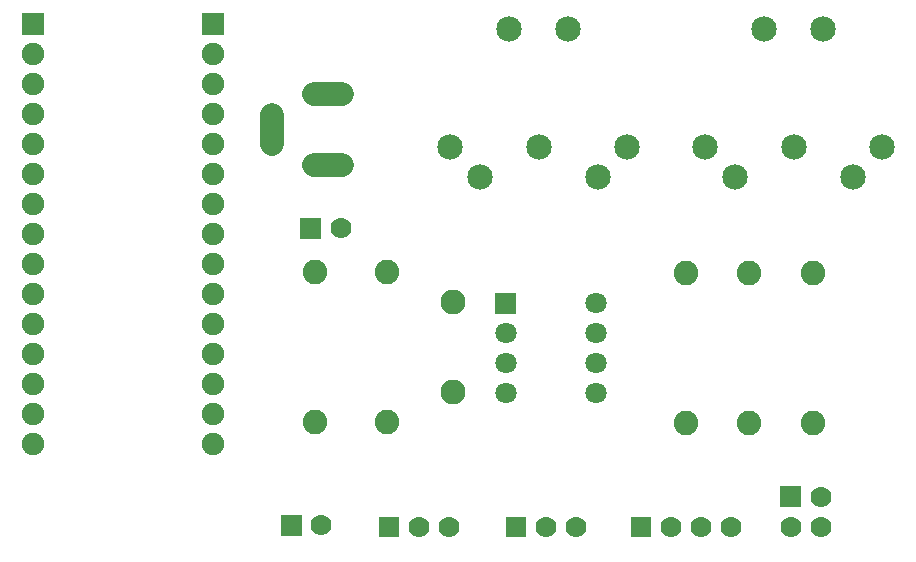
<source format=gts>
G04 Layer: TopSolderMaskLayer*
G04 EasyEDA v6.1.52, Sun, 21 Jul 2019 17:23:19 GMT*
G04 9af5fbda4f6940c5a343921887981b07,d79a69aa59da4e1fbb9b7d465b79b5da,10*
G04 Gerber Generator version 0.2*
G04 Scale: 100 percent, Rotated: No, Reflected: No *
G04 Dimensions in millimeters *
G04 leading zeros omitted , absolute positions ,3 integer and 3 decimal *
%FSLAX33Y33*%
%MOMM*%
G90*
G71D02*

%ADD31C,2.003196*%
%ADD33C,1.803400*%
%ADD34C,2.082800*%
%ADD35C,2.108200*%
%ADD36C,2.153158*%
%ADD37R,1.778000X1.778000*%
%ADD38C,1.778000*%
%ADD39R,1.903197X1.903197*%
%ADD40C,1.903197*%

%LPD*%
G54D31*
G01X34030Y37570D02*
G01X31630Y37570D01*
G01X31630Y43569D02*
G01X34030Y43569D01*
G01X28129Y39370D02*
G01X28129Y41769D01*
G36*
G01X46977Y24936D02*
G01X46977Y26739D01*
G01X48780Y26739D01*
G01X48780Y24936D01*
G01X46977Y24936D01*
G37*
G54D33*
G01X47879Y23297D03*
G01X47879Y20757D03*
G01X47879Y18217D03*
G01X55499Y18217D03*
G01X55499Y20757D03*
G01X55499Y23297D03*
G01X55499Y25837D03*
G54D34*
G01X68453Y15677D03*
G01X68453Y28377D03*
G01X63119Y15677D03*
G01X63119Y28377D03*
G01X37846Y15804D03*
G01X37846Y28504D03*
G01X73914Y15677D03*
G01X73914Y28377D03*
G01X31750Y15804D03*
G01X31750Y28504D03*
G54D35*
G01X43434Y18344D03*
G01X43434Y25964D03*
G54D36*
G01X50673Y39045D03*
G01X45673Y36546D03*
G01X43173Y39045D03*
G01X55672Y36546D03*
G01X58172Y39045D03*
G01X53172Y49045D03*
G01X48173Y49045D03*
G01X72263Y39045D03*
G01X67263Y36546D03*
G01X64763Y39045D03*
G01X77262Y36546D03*
G01X79762Y39045D03*
G01X74762Y49045D03*
G01X69763Y49045D03*
G36*
G01X28829Y6152D02*
G01X28829Y7930D01*
G01X30607Y7930D01*
G01X30607Y6152D01*
G01X28829Y6152D01*
G37*
G54D38*
G01X32258Y7041D03*
G01X43053Y6914D03*
G01X40513Y6914D03*
G54D37*
G01X37973Y6914D03*
G54D38*
G01X53848Y6914D03*
G01X51308Y6914D03*
G54D37*
G01X48768Y6914D03*
G01X59309Y6914D03*
G54D38*
G01X61849Y6914D03*
G01X64389Y6914D03*
G01X66929Y6914D03*
G54D39*
G01X23114Y49459D03*
G54D40*
G01X23114Y46919D03*
G01X23114Y44379D03*
G01X23114Y41839D03*
G01X23114Y39299D03*
G01X23114Y36759D03*
G01X23114Y34219D03*
G01X23114Y31679D03*
G01X23114Y29139D03*
G01X23114Y26599D03*
G01X23114Y24059D03*
G01X23114Y21519D03*
G01X23114Y18979D03*
G01X23114Y16439D03*
G01X23114Y13899D03*
G54D39*
G01X7874Y49459D03*
G54D40*
G01X7874Y46919D03*
G01X7874Y44379D03*
G01X7874Y41839D03*
G01X7874Y39299D03*
G01X7874Y36759D03*
G01X7874Y34219D03*
G01X7874Y31679D03*
G01X7874Y29139D03*
G01X7874Y26599D03*
G01X7874Y24059D03*
G01X7874Y21519D03*
G01X7874Y18979D03*
G01X7874Y16439D03*
G01X7874Y13899D03*
G36*
G01X30480Y31298D02*
G01X30480Y33076D01*
G01X32258Y33076D01*
G01X32258Y31298D01*
G01X30480Y31298D01*
G37*
G54D38*
G01X33909Y32187D03*
G36*
G01X71120Y8565D02*
G01X71120Y10343D01*
G01X72898Y10343D01*
G01X72898Y8565D01*
G01X71120Y8565D01*
G37*
G01X74549Y9454D03*
G01X72009Y6914D03*
G01X74549Y6914D03*
M00*
M02*

</source>
